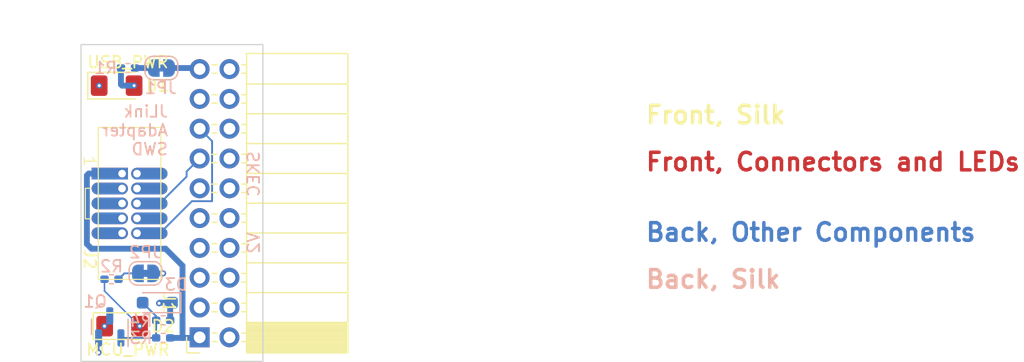
<source format=kicad_pcb>
(kicad_pcb (version 20221018) (generator pcbnew)
  (title_block (title "jlink-adapter") (rev "0.0") (company "SK Electronics Consuling LLC") (comment 1 "Client: __________"))
  (layers (0 "F.Cu" signal) (1 "In1.Cu" signal) (2 "In2.Cu" signal) (31 "B.Cu" signal) (34 "B.Paste" user) (35 "F.Paste" user) (36 "B.SilkS" user "B.Silkscreen") (37 "F.SilkS" user "F.Silkscreen") (38 "B.Mask" user) (39 "F.Mask" user) (44 "Edge.Cuts" user))
  (net 0 "")
  (net 1 "GND")
  (net 2 "Net-(D1-A)")
  (net 3 "Net-(D2-K)")
  (net 4 "Net-(D2-A)")
  (net 5 "Net-(D3-A2)")
  (net 6 "/VTREF")
  (net 10 "/SWDIO")
  (net 11 "/SWCLK")
  (net 13 "/SWO")
  (net 15 "/RESET")
  (net 19 "+5V")
  (net 21 "/KEY_(NC)")
  (net 22 "/TDI")
  (net 23 "Net-(JP1-A)")
  (net 24 "Net-(JP2-A)")
  (footprint "LED_SMD:LED_1206_3216Metric_Pad1.42x1.75mm_HandSolder" (layer "F.Cu") (at 53.5 74)
    (fp_text reference "D2" (at 3.5 0) (layer "F.SilkS"))
    (fp_text value "Red")
    (fp_text user "MCU_PWR" (at 0.5 2 unlocked) (layer "F.SilkS"))
    (fp_line (start -2.46 -1.135) (end -2.46 1.135) (stroke (width 0.12)) (layer "F.SilkS"))
    (fp_line (start -2.46 1.135) (end 1.6 1.135) (stroke (width 0.12)) (layer "F.SilkS"))
    (fp_line (start 1.6 -1.135) (end -2.46 -1.135) (stroke (width 0.12)) (layer "F.SilkS"))
    (pad "1" smd roundrect (at -1.4875 0) (size 1.425 1.75) (layers "F.Cu" "F.Paste" "F.Mask") (roundrect_rratio 0.175439) (net 3 "Net-(D2-K)"))
    (pad "2" smd roundrect (at 1.4875 0) (size 1.425 1.75) (layers "F.Cu" "F.Paste" "F.Mask") (roundrect_rratio 0.175439) (net 4 "Net-(D2-A)"))
  )
  (footprint "Connector_PinSocket_2.54mm:PinSocket_2x10_P2.54mm_Horizontal" (layer "F.Cu") (at 60.11 74.95 180)
    (fp_text reference "J1" (at 2.61 2.95 270 unlocked) (layer "F.SilkS"))
    (fp_text value "Conn_02x10_Odd_Even" hide)
    (fp_line (start -12.63 -1.33) (end -12.63 24.19) (stroke (width 0.12)) (layer "F.SilkS"))
    (fp_line (start -12.63 -1.33) (end -4 -1.33) (stroke (width 0.12)) (layer "F.SilkS"))
    (fp_line (start -12.63 -1.21) (end -4 -1.21) (stroke (width 0.12)) (layer "F.SilkS"))
    (fp_line (start -12.63 -1.091905) (end -4 -1.091905) (stroke (width 0.12)) (layer "F.SilkS"))
    (fp_line (start -12.63 -0.97381) (end -4 -0.97381) (stroke (width 0.12)) (layer "F.SilkS"))
    (fp_line (start -12.63 -0.855715) (end -4 -0.855715) (stroke (width 0.12)) (layer "F.SilkS"))
    (fp_line (start -12.63 -0.73762) (end -4 -0.73762) (stroke (width 0.12)) (layer "F.SilkS"))
    (fp_line (start -12.63 -0.619525) (end -4 -0.619525) (stroke (width 0.12)) (layer "F.SilkS"))
    (fp_line (start -12.63 -0.50143) (end -4 -0.50143) (stroke (width 0.12)) (layer "F.SilkS"))
    (fp_line (start -12.63 -0.383335) (end -4 -0.383335) (stroke (width 0.12)) (layer "F.SilkS"))
    (fp_line (start -12.63 -0.26524) (end -4 -0.26524) (stroke (width 0.12)) (layer "F.SilkS"))
    (fp_line (start -12.63 -0.147145) (end -4 -0.147145) (stroke (width 0.12)) (layer "F.SilkS"))
    (fp_line (start -12.63 -0.02905) (end -4 -0.02905) (stroke (width 0.12)) (layer "F.SilkS"))
    (fp_line (start -12.63 0.089045) (end -4 0.089045) (stroke (width 0.12)) (layer "F.SilkS"))
    (fp_line (start -12.63 0.20714) (end -4 0.20714) (stroke (width 0.12)) (layer "F.SilkS"))
    (fp_line (start -12.63 0.325235) (end -4 0.325235) (stroke (width 0.12)) (layer "F.SilkS"))
    (fp_line (start -12.63 0.44333) (end -4 0.44333) (stroke (width 0.12)) (layer "F.SilkS"))
    (fp_line (start -12.63 0.561425) (end -4 0.561425) (stroke (width 0.12)) (layer "F.SilkS"))
    (fp_line (start -12.63 0.67952) (end -4 0.67952) (stroke (width 0.12)) (layer "F.SilkS"))
    (fp_line (start -12.63 0.797615) (end -4 0.797615) (stroke (width 0.12)) (layer "F.SilkS"))
    (fp_line (start -12.63 0.91571) (end -4 0.91571) (stroke (width 0.12)) (layer "F.SilkS"))
    (fp_line (start -12.63 1.033805) (end -4 1.033805) (stroke (width 0.12)) (layer "F.SilkS"))
    (fp_line (start -12.63 1.1519) (end -4 1.1519) (stroke (width 0.12)) (layer "F.SilkS"))
    (fp_line (start -12.63 1.27) (end -4 1.27) (stroke (width 0.12)) (layer "F.SilkS"))
    (fp_line (start -12.63 3.81) (end -4 3.81) (stroke (width 0.12)) (layer "F.SilkS"))
    (fp_line (start -12.63 6.35) (end -4 6.35) (stroke (width 0.12)) (layer "F.SilkS"))
    (fp_line (start -12.63 8.89) (end -4 8.89) (stroke (width 0.12)) (layer "F.SilkS"))
    (fp_line (start -12.63 11.43) (end -4 11.43) (stroke (width 0.12)) (layer "F.SilkS"))
    (fp_line (start -12.63 13.97) (end -4 13.97) (stroke (width 0.12)) (layer "F.SilkS"))
    (fp_line (start -12.63 16.51) (end -4 16.51) (stroke (width 0.12)) (layer "F.SilkS"))
    (fp_line (start -12.63 19.05) (end -4 19.05) (stroke (width 0.12)) (layer "F.SilkS"))
    (fp_line (start -12.63 21.59) (end -4 21.59) (stroke (width 0.12)) (layer "F.SilkS"))
    (fp_line (start -12.63 24.19) (end -4 24.19) (stroke (width 0.12)) (layer "F.SilkS"))
    (fp_line (start -4 -1.33) (end -4 24.19) (stroke (width 0.12)) (layer "F.SilkS"))
    (fp_line (start -4 -0.36) (end -3.59 -0.36) (stroke (width 0.12)) (layer "F.SilkS"))
    (fp_line (start -4 0.36) (end -3.59 0.36) (stroke (width 0.12)) (layer "F.SilkS"))
    (fp_line (start -4 2.18) (end -3.59 2.18) (stroke (width 0.12)) (layer "F.SilkS"))
    (fp_line (start -4 2.9) (end -3.59 2.9) (stroke (width 0.12)) (layer "F.SilkS"))
    (fp_line (start -4 4.72) (end -3.59 4.72) (stroke (width 0.12)) (layer "F.SilkS"))
    (fp_line (start -4 5.44) (end -3.59 5.44) (stroke (width 0.12)) (layer "F.SilkS"))
    (fp_line (start -4 7.26) (end -3.59 7.26) (stroke (width 0.12)) (layer "F.SilkS"))
    (fp_line (start -4 7.98) (end -3.59 7.98) (stroke (width 0.12)) (layer "F.SilkS"))
    (fp_line (start -4 9.8) (end -3.59 9.8) (stroke (width 0.12)) (layer "F.SilkS"))
    (fp_line (start -4 10.52) (end -3.59 10.52) (stroke (width 0.12)) (layer "F.SilkS"))
    (fp_line (start -4 12.34) (end -3.59 12.34) (stroke (width 0.12)) (layer "F.SilkS"))
    (fp_line (start -4 13.06) (end -3.59 13.06) (stroke (width 0.12)) (layer "F.SilkS"))
    (fp_line (start -4 14.88) (end -3.59 14.88) (stroke (width 0.12)) (layer "F.SilkS"))
    (fp_line (start -4 15.6) (end -3.59 15.6) (stroke (width 0.12)) (layer "F.SilkS"))
    (fp_line (start -4 17.42) (end -3.59 17.42) (stroke (width 0.12)) (layer "F.SilkS"))
    (fp_line (start -4 18.14) (end -3.59 18.14) (stroke (width 0.12)) (layer "F.SilkS"))
    (fp_line (start -4 19.96) (end -3.59 19.96) (stroke (width 0.12)) (layer "F.SilkS"))
    (fp_line (start -4 20.68) (end -3.59 20.68) (stroke (width 0.12)) (layer "F.SilkS"))
    (fp_line (start -4 22.5) (end -3.59 22.5) (stroke (width 0.12)) (layer "F.SilkS"))
    (fp_line (start -4 23.22) (end -3.59 23.22) (stroke (width 0.12)) (layer "F.SilkS"))
    (fp_line (start -1.49 -0.36) (end -1.11 -0.36) (stroke (width 0.12)) (layer "F.SilkS"))
    (fp_line (start -1.49 0.36) (end -1.11 0.36) (stroke (width 0.12)) (layer "F.SilkS"))
    (fp_line (start -1.49 2.18) (end -1.05 2.18) (stroke (width 0.12)) (layer "F.SilkS"))
    (fp_line (start -1.49 2.9) (end -1.05 2.9) (stroke (width 0.12)) (layer "F.SilkS"))
    (fp_line (start -1.49 4.72) (end -1.05 4.72) (stroke (width 0.12)) (layer "F.SilkS"))
    (fp_line (start -1.49 5.44) (end -1.05 5.44) (stroke (width 0.12)) (layer "F.SilkS"))
    (fp_line (start -1.49 7.26) (end -1.05 7.26) (stroke (width 0.12)) (layer "F.SilkS"))
    (fp_line (start -1.49 7.98) (end -1.05 7.98) (stroke (width 0.12)) (layer "F.SilkS"))
    (fp_line (start -1.49 9.8) (end -1.05 9.8) (stroke (width 0.12)) (layer "F.SilkS"))
    (fp_line (start -1.49 10.52) (end -1.05 10.52) (stroke (width 0.12)) (layer "F.SilkS"))
    (fp_line (start -1.49 12.34) (end -1.05 12.34) (stroke (width 0.12)) (layer "F.SilkS"))
    (fp_line (start -1.49 13.06) (end -1.05 13.06) (stroke (width 0.12)) (layer "F.SilkS"))
    (fp_line (start -1.49 14.88) (end -1.05 14.88) (stroke (width 0.12)) (layer "F.SilkS"))
    (fp_line (start -1.49 15.6) (end -1.05 15.6) (stroke (width 0.12)) (layer "F.SilkS"))
    (fp_line (start -1.49 17.42) (end -1.05 17.42) (stroke (width 0.12)) (layer "F.SilkS"))
    (fp_line (start -1.49 18.14) (end -1.05 18.14) (stroke (width 0.12)) (layer "F.SilkS"))
    (fp_line (start -1.49 19.96) (end -1.05 19.96) (stroke (width 0.12)) (layer "F.SilkS"))
    (fp_line (start -1.49 20.68) (end -1.05 20.68) (stroke (width 0.12)) (layer "F.SilkS"))
    (fp_line (start -1.49 22.5) (end -1.05 22.5) (stroke (width 0.12)) (layer "F.SilkS"))
    (fp_line (start -1.49 23.22) (end -1.05 23.22) (stroke (width 0.12)) (layer "F.SilkS"))
    (fp_line (start 0 -1.33) (end 1.11 -1.33) (stroke (width 0.12)) (layer "F.SilkS"))
    (fp_line (start 1.11 -1.33) (end 1.11 0) (stroke (width 0.12)) (layer "F.SilkS"))
    (pad "1" thru_hole rect locked (at 0 0 180) (size 1.7 1.7) (drill 1) (layers "*.Cu" "*.Mask") (net 6 "/VTREF"))
    (pad "2" thru_hole oval locked (at -2.54 0 180) (size 1.7 1.7) (drill 1) (layers "*.Cu" "*.Mask"))
    (pad "3" thru_hole oval locked (at 0 2.54 180) (size 1.7 1.7) (drill 1) (layers "*.Cu" "*.Mask"))
    (pad "4" thru_hole oval locked (at -2.54 2.54 180) (size 1.7 1.7) (drill 1) (layers "*.Cu" "*.Mask") (net 1 "GND"))
    (pad "5" thru_hole oval locked (at 0 5.08 180) (size 1.7 1.7) (drill 1) (layers "*.Cu" "*.Mask"))
    (pad "6" thru_hole oval locked (at -2.54 5.08 180) (size 1.7 1.7) (drill 1) (layers "*.Cu" "*.Mask") (net 1 "GND"))
    (pad "7" thru_hole oval locked (at 0 7.62 180) (size 1.7 1.7) (drill 1) (layers "*.Cu" "*.Mask") (net 10 "/SWDIO"))
    (pad "8" thru_hole oval locked (at -2.54 7.62 180) (size 1.7 1.7) (drill 1) (layers "*.Cu" "*.Mask") (net 1 "GND"))
    (pad "9" thru_hole oval locked (at 0 10.16 180) (size 1.7 1.7) (drill 1) (layers "*.Cu" "*.Mask") (net 11 "/SWCLK"))
    (pad "10" thru_hole oval locked (at -2.54 10.16 180) (size 1.7 1.7) (drill 1) (layers "*.Cu" "*.Mask") (net 1 "GND"))
    (pad "11" thru_hole oval locked (at 0 12.7 180) (size 1.7 1.7) (drill 1) (layers "*.Cu" "*.Mask"))
    (pad "12" thru_hole oval locked (at -2.54 12.7 180) (size 1.7 1.7) (drill 1) (layers "*.Cu" "*.Mask") (net 1 "GND"))
    (pad "13" thru_hole oval locked (at 0 15.24 180) (size 1.7 1.7) (drill 1) (layers "*.Cu" "*.Mask") (net 13 "/SWO"))
    (pad "14" thru_hole oval locked (at -2.54 15.24 180) (size 1.7 1.7) (drill 1) (layers "*.Cu" "*.Mask"))
    (pad "15" thru_hole oval locked (at 0 17.78 180) (size 1.7 1.7) (drill 1) (layers "*.Cu" "*.Mask") (net 15 "/RESET"))
    (pad "16" thru_hole oval locked (at -2.54 17.78 180) (size 1.7 1.7) (drill 1) (layers "*.Cu" "*.Mask"))
    (pad "17" thru_hole oval locked (at 0 20.32 180) (size 1.7 1.7) (drill 1) (layers "*.Cu" "*.Mask"))
    (pad "18" thru_hole oval locked (at -2.54 20.32 180) (size 1.7 1.7) (drill 1) (layers "*.Cu" "*.Mask"))
    (pad "19" thru_hole oval locked (at 0 22.86 180) (size 1.7 1.7) (drill 1) (layers "*.Cu" "*.Mask") (net 19 "+5V"))
    (pad "20" thru_hole oval locked (at -2.54 22.86 180) (size 1.7 1.7) (drill 1) (layers "*.Cu" "*.Mask"))
  )
  (footprint "LED_SMD:LED_1206_3216Metric_Pad1.42x1.75mm_HandSolder" (layer "F.Cu") (at 53.0355 53.5)
    (fp_text reference "D1" (at 3.4875 0) (layer "F.SilkS"))
    (fp_text value "Yellow")
    (fp_text user "USB_PWR" (at 0.9645 -2 unlocked) (layer "F.SilkS"))
    (fp_line (start -2.46 -1.135) (end -2.46 1.135) (stroke (width 0.12)) (layer "F.SilkS"))
    (fp_line (start -2.46 1.135) (end 1.6 1.135) (stroke (width 0.12)) (layer "F.SilkS"))
    (fp_line (start 1.6 -1.135) (end -2.46 -1.135) (stroke (width 0.12)) (layer "F.SilkS"))
    (pad "1" smd roundrect (at -1.4875 0) (size 1.425 1.75) (layers "F.Cu" "F.Paste" "F.Mask") (roundrect_rratio 0.175439) (net 1 "GND"))
    (pad "2" smd roundrect (at 1.4875 0) (size 1.425 1.75) (layers "F.Cu" "F.Paste" "F.Mask") (roundrect_rratio 0.175439) (net 2 "Net-(D1-A)"))
  )
  (footprint "JLink-adapter:PinHeader_2x05_P1.27mm_Vertical_comb_SMT_TH" (layer "F.Cu") (at 53.5 61)
    (fp_text reference "J2" (at -2.75 7.3 -90 unlocked) (layer "F.SilkS"))
    (fp_text value "Conn_02x05_Odd_Even" hide)
    (fp_text user "1" (at -3.35 -1.6 -90 unlocked) (layer "F.SilkS") (effects (font (thickness 0.1)) (justify left bottom)))
    (fp_line (start -3.132 1.25) (end -2.675 1.25) (stroke (width 0.1)) (layer "F.SilkS"))
    (fp_line (start -3.132 3.81) (end -3.132 1.27) (stroke (width 0.1)) (layer "F.SilkS"))
    (fp_line (start -2.675 3.85) (end -3.132 3.85) (stroke (width 0.1)) (layer "F.SilkS"))
    (fp_rect (start -2.032 -3.937) (end 3.302 9.017) (stroke (width 0.1)) (fill none) (layer "F.SilkS"))
    (pad "1" thru_hole rect (at 0 0) (size 3.1 1) (drill 0.65 (offset -1.05 0)) (layers "*.Cu" "*.Mask") (net 6 "/VTREF"))
    (pad "2" thru_hole oval (at 1.27 0) (size 3.1 1) (drill 0.65 (offset 1.05 0)) (layers "*.Cu" "*.Mask") (net 10 "/SWDIO"))
    (pad "3" thru_hole oval (at 0 1.27) (size 3.1 1) (drill 0.65 (offset -1.05 0)) (layers "*.Cu" "*.Mask") (net 1 "GND"))
    (pad "4" thru_hole oval (at 1.27 1.27) (size 3.1 1) (drill 0.65 (offset 1.05 0)) (layers "*.Cu" "*.Mask") (net 11 "/SWCLK"))
    (pad "5" thru_hole oval (at 0 2.54) (size 3.1 1) (drill 0.65 (offset -1.05 0)) (layers "*.Cu" "*.Mask") (net 1 "GND"))
    (pad "6" thru_hole oval (at 1.27 2.54) (size 3.1 1) (drill 0.65 (offset 1.05 0)) (layers "*.Cu" "*.Mask") (net 13 "/SWO"))
    (pad "7" thru_hole oval (at 0 3.81) (size 3.1 1) (drill 0.65 (offset -1.05 0)) (layers "*.Cu" "*.Mask") (net 21 "/KEY_(NC)"))
    (pad "8" thru_hole oval (at 1.27 3.81) (size 3.1 1) (drill 0.65 (offset 1.05 0)) (layers "*.Cu" "*.Mask") (net 22 "/TDI"))
    (pad "9" thru_hole oval (at 0 5.08) (size 3.1 1) (drill 0.65 (offset -1.05 0)) (layers "*.Cu" "*.Mask") (net 1 "GND"))
    (pad "10" thru_hole oval (at 1.27 5.08) (size 3.1 1) (drill 0.65 (offset 1.05 0)) (layers "*.Cu" "*.Mask") (net 15 "/RESET"))
  )
  (footprint "Jumper:SolderJumper-2_P1.3mm_Bridged_RoundedPad1.0x1.5mm" (layer "B.Cu") (at 56.85 52)
    (fp_text reference "JP1" (at -0.05 1.7) (layer "B.SilkS") (effects (justify mirror)))
    (fp_text value "Jumper_2_Bridged" hide)
    (fp_poly (pts (xy 0.25 0.3) (xy -0.25 0.3) (xy -0.25 -0.3) (xy 0.25 -0.3)) (fill solid) (layer "B.Cu"))
    (fp_line (start -1.4 -0.3) (end -1.4 0.3) (stroke (width 0.12)) (layer "B.SilkS"))
    (fp_line (start -0.7 1) (end 0.7 1) (stroke (width 0.12)) (layer "B.SilkS"))
    (fp_line (start 0.7 -1) (end -0.7 -1) (stroke (width 0.12)) (layer "B.SilkS"))
    (fp_line (start 1.4 0.3) (end 1.4 -0.3) (stroke (width 0.12)) (layer "B.SilkS"))
    (fp_arc (start -1.4 -0.3) (mid -1.194975 -0.794975) (end -0.7 -1) (stroke (width 0.12)) (layer "B.SilkS"))
    (fp_arc (start -0.7 1) (mid -1.194975 0.794975) (end -1.4 0.3) (stroke (width 0.12)) (layer "B.SilkS"))
    (fp_arc (start 0.7 -1) (mid 1.194975 -0.794975) (end 1.4 -0.3) (stroke (width 0.12)) (layer "B.SilkS"))
    (fp_arc (start 1.4 0.3) (mid 1.194975 0.794975) (end 0.7 1) (stroke (width 0.12)) (layer "B.SilkS"))
    (pad "1" smd custom (at -0.65 0) (size 1 0.5) (layers "B.Cu" "B.Mask") (net 23 "Net-(JP1-A)") (options (clearance outline) (anchor rect)) (primitives (gr_circle (center 0 -0.25) (end 0.5 -0.25) (width 0) (fill yes)) (gr_circle (center 0 0.25) (end 0.5 0.25) (width 0) (fill yes)) (gr_poly (pts (xy 0.5 -0.75) (xy 0 -0.75) (xy 0 0.75) (xy 0.5 0.75)) (width 0) (fill yes))))
    (pad "2" smd custom (at 0.65 0) (size 1 0.5) (layers "B.Cu" "B.Mask") (net 19 "+5V") (options (clearance outline) (anchor rect)) (primitives (gr_circle (center 0 -0.25) (end 0.5 -0.25) (width 0) (fill yes)) (gr_circle (center 0 0.25) (end 0.5 0.25) (width 0) (fill yes)) (gr_poly (pts (xy 0 -0.75) (xy -0.5 -0.75) (xy -0.5 0.75) (xy 0 0.75)) (width 0) (fill yes))))
  )
  (footprint "Diode_SMD:D_SOD-323_HandSoldering" (layer "B.Cu") (at 56.5 72 180)
    (fp_text reference "D3" (at -1.6 1.55) (layer "B.SilkS") (effects (justify mirror)))
    (fp_text value "D5V0L1B2WS-7" hide)
    (fp_line (start -2.01 -0.85) (end 1.25 -0.85) (stroke (width 0.12)) (layer "B.SilkS"))
    (fp_line (start -2.01 0.85) (end -2.01 -0.85) (stroke (width 0.12)) (layer "B.SilkS"))
    (fp_line (start -2.01 0.85) (end 1.25 0.85) (stroke (width 0.12)) (layer "B.SilkS"))
    (pad "1" smd roundrect (at -1.25 0 180) (size 1 1) (layers "B.Cu" "B.Paste" "B.Mask") (net 1 "GND"))
    (pad "2" smd roundrect (at 1.25 0 180) (size 1 1) (layers "B.Cu" "B.Paste" "B.Mask") (net 5 "Net-(D3-A2)"))
  )
  (footprint "Jumper:SolderJumper-2_P1.3mm_Bridged_RoundedPad1.0x1.5mm" (layer "B.Cu") (at 55.5 69.5)
    (fp_text reference "JP2" (at -0.05 -1.8) (layer "B.SilkS") (effects (justify mirror)))
    (fp_text value "Jumper_2_Bridged" hide)
    (fp_poly (pts (xy 0.25 0.3) (xy -0.25 0.3) (xy -0.25 -0.3) (xy 0.25 -0.3)) (fill solid) (layer "B.Cu"))
    (fp_line (start -1.4 -0.3) (end -1.4 0.3) (stroke (width 0.12)) (layer "B.SilkS"))
    (fp_line (start -0.7 1) (end 0.7 1) (stroke (width 0.12)) (layer "B.SilkS"))
    (fp_line (start 0.7 -1) (end -0.7 -1) (stroke (width 0.12)) (layer "B.SilkS"))
    (fp_line (start 1.4 0.3) (end 1.4 -0.3) (stroke (width 0.12)) (layer "B.SilkS"))
    (fp_arc (start -1.4 -0.3) (mid -1.194975 -0.794975) (end -0.7 -1) (stroke (width 0.12)) (layer "B.SilkS"))
    (fp_arc (start -0.7 1) (mid -1.194975 0.794975) (end -1.4 0.3) (stroke (width 0.12)) (layer "B.SilkS"))
    (fp_arc (start 0.7 -1) (mid 1.194975 -0.794975) (end 1.4 -0.3) (stroke (width 0.12)) (layer "B.SilkS"))
    (fp_arc (start 1.4 0.3) (mid 1.194975 0.794975) (end 0.7 1) (stroke (width 0.12)) (layer "B.SilkS"))
    (pad "1" smd custom (at -0.65 0) (size 1 0.5) (layers "B.Cu" "B.Mask") (net 24 "Net-(JP2-A)") (options (clearance outline) (anchor rect)) (primitives (gr_circle (center 0 -0.25) (end 0.5 -0.25) (width 0) (fill yes)) (gr_circle (center 0 0.25) (end 0.5 0.25) (width 0) (fill yes)) (gr_poly (pts (xy 0.5 -0.75) (xy 0 -0.75) (xy 0 0.75) (xy 0.5 0.75)) (width 0) (fill yes))))
    (pad "2" smd custom (at 0.65 0) (size 1 0.5) (layers "B.Cu" "B.Mask") (net 19 "+5V") (options (clearance outline) (anchor rect)) (primitives (gr_circle (center 0 -0.25) (end 0.5 -0.25) (width 0) (fill yes)) (gr_circle (center 0 0.25) (end 0.5 0.25) (width 0) (fill yes)) (gr_poly (pts (xy 0 -0.75) (xy -0.5 -0.75) (xy -0.5 0.75) (xy 0 0.75)) (width 0) (fill yes))))
  )
  (footprint "Package_TO_SOT_SMD:SOT-23" (layer "B.Cu") (at 52.45 74.0625 90)
    (fp_text reference "Q1" (at 2.1625 -1.25 180) (layer "B.SilkS") (effects (justify mirror)))
    (fp_text value "BSS123TA" hide)
    (fp_line (start 0 -1.56) (end -0.65 -1.56) (stroke (width 0.12)) (layer "B.SilkS"))
    (fp_line (start 0 -1.56) (end 0.65 -1.56) (stroke (width 0.12)) (layer "B.SilkS"))
    (fp_line (start 0 1.56) (end -1.675 1.56) (stroke (width 0.12)) (layer "B.SilkS"))
    (fp_line (start 0 1.56) (end 0.65 1.56) (stroke (width 0.12)) (layer "B.SilkS"))
    (pad "1" smd roundrect (at -0.9375 0.95 90) (size 1.475 0.6) (layers "B.Cu" "B.Paste" "B.Mask") (net 5 "Net-(D3-A2)"))
    (pad "2" smd roundrect (at -0.9375 -0.95 90) (size 1.475 0.6) (layers "B.Cu" "B.Paste" "B.Mask") (net 1 "GND"))
    (pad "3" smd roundrect (at 0.9375 0 90) (size 1.475 0.6) (layers "B.Cu" "B.Paste" "B.Mask") (net 3 "Net-(D2-K)"))
  )
  (footprint "Resistor_SMD:R_0402_1005Metric_Pad0.72x0.64mm_HandSolder" (layer "B.Cu") (at 57 73.5)
    (fp_text reference "R4" (at -1.9 0.05 180) (layer "B.SilkS") (effects (justify mirror)))
    (fp_text value "100k" hide)
    (fp_line (start -0.167621 -0.38) (end 0.167621 -0.38) (stroke (width 0.12)) (layer "B.SilkS"))
    (fp_line (start -0.167621 0.38) (end 0.167621 0.38) (stroke (width 0.12)) (layer "B.SilkS"))
    (pad "1" smd roundrect (at -0.5975 0) (size 0.715 0.64) (layers "B.Cu" "B.Paste" "B.Mask") (net 5 "Net-(D3-A2)"))
    (pad "2" smd roundrect (at 0.5975 0) (size 0.715 0.64) (layers "B.Cu" "B.Paste" "B.Mask") (net 1 "GND"))
  )
  (footprint "Resistor_SMD:R_0402_1005Metric_Pad0.72x0.64mm_HandSolder" (layer "B.Cu") (at 57 75 180)
    (fp_text reference "R3" (at 1.9 0 180) (layer "B.SilkS") (effects (justify mirror)))
    (fp_text value "100" hide)
    (fp_line (start -0.167621 -0.38) (end 0.167621 -0.38) (stroke (width 0.12)) (layer "B.SilkS"))
    (fp_line (start -0.167621 0.38) (end 0.167621 0.38) (stroke (width 0.12)) (layer "B.SilkS"))
    (pad "1" smd roundrect (at -0.5975 0 180) (size 0.715 0.64) (layers "B.Cu" "B.Paste" "B.Mask") (net 6 "/VTREF"))
    (pad "2" smd roundrect (at 0.5975 0 180) (size 0.715 0.64) (layers "B.Cu" "B.Paste" "B.Mask") (net 5 "Net-(D3-A2)"))
  )
  (footprint "Resistor_SMD:R_0402_1005Metric_Pad0.72x0.64mm_HandSolder" (layer "B.Cu") (at 54 52 180)
    (fp_text reference "R1" (at 1.9 0 180) (layer "B.SilkS") (effects (justify mirror)))
    (fp_text value "1k" hide)
    (fp_line (start -0.167621 -0.38) (end 0.167621 -0.38) (stroke (width 0.12)) (layer "B.SilkS"))
    (fp_line (start -0.167621 0.38) (end 0.167621 0.38) (stroke (width 0.12)) (layer "B.SilkS"))
    (pad "1" smd roundrect (at -0.5975 0 180) (size 0.715 0.64) (layers "B.Cu" "B.Paste" "B.Mask") (net 23 "Net-(JP1-A)"))
    (pad "2" smd roundrect (at 0.5975 0 180) (size 0.715 0.64) (layers "B.Cu" "B.Paste" "B.Mask") (net 2 "Net-(D1-A)"))
  )
  (footprint "Resistor_SMD:R_0402_1005Metric_Pad0.72x0.64mm_HandSolder" (layer "B.Cu") (at 52.5975 70 180)
    (fp_text reference "R2" (at -0.0025 1.1 180) (layer "B.SilkS") (effects (justify mirror)))
    (fp_text value "1k" hide)
    (fp_line (start -0.167621 -0.38) (end 0.167621 -0.38) (stroke (width 0.12)) (layer "B.SilkS"))
    (fp_line (start -0.167621 0.38) (end 0.167621 0.38) (stroke (width 0.12)) (layer "B.SilkS"))
    (pad "1" smd roundrect (at -0.5975 0 180) (size 0.715 0.64) (layers "B.Cu" "B.Paste" "B.Mask") (net 24 "Net-(JP2-A)"))
    (pad "2" smd roundrect (at 0.5975 0 180) (size 0.715 0.64) (layers "B.Cu" "B.Paste" "B.Mask") (net 4 "Net-(D2-A)"))
  )
  (gr_rect (start 50 50) (end 65.5 77) (stroke (width 0.1)) (fill none) (layer "Edge.Cuts"))
  (gr_text "Front, Connectors and LEDs" (at 98 60) (layer "F.Cu") (effects (font (size 1.5 1.5) (thickness 0.3)) (justify left)))
  (gr_text "Back, Other Components" (at 98 66) (layer "B.Cu") (effects (font (size 1.5 1.5) (thickness 0.3)) (justify left)))
  (gr_text "JLink\nAdapter\nSWD" (at 57.5 59.5) (layer "B.SilkS") (effects (font (size 1 1)) (justify left bottom mirror)))
  (gr_text "SKEC    V2" (at 65.3 59 90) (layer "B.SilkS") (effects (font (size 1 1)) (justify left bottom mirror)))
  (gr_text "Back, Silk" (at 98 70) (layer "B.SilkS") (effects (font (size 1.5 1.5) (thickness 0.3)) (justify left)))
  (gr_text "Front, Silk" (at 98 56) (layer "F.SilkS") (effects (font (size 1.5 1.5) (thickness 0.3)) (justify left)))
  (via (at 51.5 76.25) (size 0.504) (drill 0.25) (layers "F.Cu" "B.Cu") (net 1))
  (via (at 51.55 53.5) (size 0.504) (drill 0.25) (layers "F.Cu" "B.Cu") (net 1))
  (via (at 56.65 72.05) (size 0.504) (drill 0.25) (layers "F.Cu" "B.Cu") (net 1))
  (segment (start 57.5975 73.5) (end 57.5975 72.1525) (width 0.5) (layer "B.Cu") (net 1))
  (segment (start 57.75 72) (end 56.7 72) (width 0.5) (layer "B.Cu") (net 1))
  (segment (start 57.5975 72.1525) (end 57.75 72) (width 0.5) (layer "B.Cu") (net 1))
  (segment (start 56.7 72) (end 56.65 72.05) (width 0.5) (layer "B.Cu") (net 1))
  (segment (start 51.5 75) (end 51.5 76.25) (width 0.16) (layer "B.Cu") (net 1))
  (via (at 54.523 53.5) (size 0.504) (drill 0.25) (layers "F.Cu" "B.Cu") (net 2))
  (segment (start 54.523 53.5) (end 53.5 53.5) (width 0.5) (layer "B.Cu") (net 2))
  (segment (start 53.4025 53.4025) (end 53.4025 52) (width 0.5) (layer "B.Cu") (net 2))
  (segment (start 53.5 53.5) (end 53.4025 53.4025) (width 0.5) (layer "B.Cu") (net 2))
  (segment (start 52.0125 74) (end 52 74) (width 0.13) (layer "F.Cu") (net 3))
  (via (at 52 74) (size 0.504) (drill 0.25) (layers "F.Cu" "B.Cu") (net 3))
  (segment (start 52.45 73.55) (end 52.45 73.125) (width 0.13) (layer "B.Cu") (net 3))
  (segment (start 52 74) (end 52.45 73.55) (width 0.13) (layer "B.Cu") (net 3))
  (segment (start 54.9875 74) (end 55 74) (width 0.13) (layer "F.Cu") (net 4))
  (via (at 55 74) (size 0.504) (drill 0.25) (layers "F.Cu" "B.Cu") (net 4))
  (segment (start 55 74) (end 52 71) (width 0.13) (layer "B.Cu") (net 4))
  (segment (start 52 71) (end 52 70) (width 0.13) (layer "B.Cu") (net 4))
  (segment (start 56.4025 73.5) (end 56.4025 75) (width 0.16) (layer "B.Cu") (net 5))
  (segment (start 56.4025 73.1525) (end 56.4025 73.5) (width 0.16) (layer "B.Cu") (net 5))
  (segment (start 53.4 75) (end 56.4025 75) (width 0.16) (layer "B.Cu") (net 5))
  (segment (start 55.25 72) (end 56.4025 73.1525) (width 0.16) (layer "B.Cu") (net 5))
  (segment (start 58.65 68.85) (end 58.65 75) (width 0.5) (layer "B.Cu") (net 6))
  (segment (start 60.06 75) (end 60.11 74.95) (width 0.5) (layer "B.Cu") (net 6))
  (segment (start 58.65 75) (end 60.06 75) (width 0.5) (layer "B.Cu") (net 6))
  (segment (start 50.5 61.15) (end 50.5 67) (width 0.5) (layer "B.Cu") (net 6))
  (segment (start 57.5975 75) (end 58.65 75) (width 0.5) (layer "B.Cu") (net 6))
  (segment (start 50.9 67.4) (end 57.2 67.4) (width 0.5) (layer "B.Cu") (net 6))
  (segment (start 50.5 67) (end 50.9 67.4) (width 0.5) (layer "B.Cu") (net 6))
  (segment (start 50.65 61) (end 50.5 61.15) (width 0.5) (layer "B.Cu") (net 6))
  (segment (start 57.2 67.4) (end 58.65 68.85) (width 0.5) (layer "B.Cu") (net 6))
  (segment (start 53.5 61) (end 50.65 61) (width 0.5) (layer "B.Cu") (net 6))
  (segment (start 54.77 63.54) (end 56.71 63.54) (width 0.16) (layer "B.Cu") (net 13))
  (segment (start 56.71 63.54) (end 59 61.25) (width 0.16) (layer "B.Cu") (net 13))
  (segment (start 59 60.82) (end 60.11 59.71) (width 0.16) (layer "B.Cu") (net 13))
  (segment (start 59 61.25) (end 59 60.82) (width 0.16) (layer "B.Cu") (net 13))
  (segment (start 61.17 63.33) (end 61.17 58.23) (width 0.16) (layer "B.Cu") (net 15))
  (segment (start 56.72 66.08) (end 59.45 63.35) (width 0.16) (layer "B.Cu") (net 15))
  (segment (start 61.15 63.35) (end 61.17 63.33) (width 0.16) (layer "B.Cu") (net 15))
  (segment (start 54.77 66.08) (end 56.72 66.08) (width 0.16) (layer "B.Cu") (net 15))
  (segment (start 59.45 63.35) (end 61.15 63.35) (width 0.16) (layer "B.Cu") (net 15))
  (segment (start 61.17 58.23) (end 60.11 57.17) (width 0.16) (layer "B.Cu") (net 15))
  (via (at 57 69.5) (size 0.504) (drill 0.25) (layers "F.Cu" "B.Cu") (net 19))
  (segment (start 60.02 52) (end 60.11 52.09) (width 0.5) (layer "B.Cu") (net 19))
  (segment (start 56.15 69.5) (end 57 69.5) (width 0.5) (layer "B.Cu") (net 19))
  (segment (start 57.5 52) (end 60.02 52) (width 0.5) (layer "B.Cu") (net 19))
  (segment (start 54.5975 52) (end 56.2 52) (width 0.5) (layer "B.Cu") (net 23))
  (segment (start 53.695 69.5) (end 53.195 70) (width 0.16) (layer "B.Cu") (net 24))
  (segment (start 54.85 69.5) (end 53.695 69.5) (width 0.16) (layer "B.Cu") (net 24))
)
</source>
